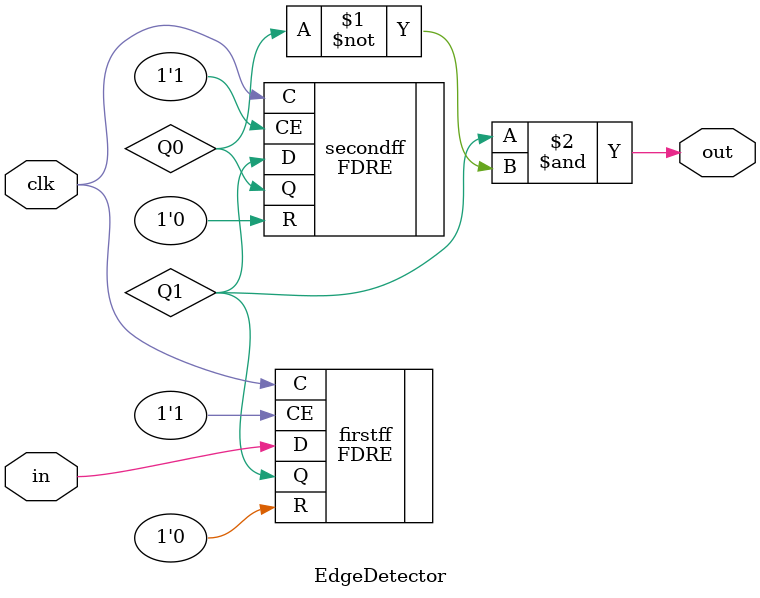
<source format=v>
`timescale 1ns / 1ps


module EdgeDetector(
    input in,
    input clk,
    output out
    );
    
    wire Q1, Q0;
    
FDRE #(.INIT(1'b0) ) firstff (.C(clk), .R(1'b0), .CE(1'b1), .D(in), .Q(Q1));
FDRE #(.INIT(1'b0) ) secondff (.C(clk), .R(1'b0), .CE(1'b1), .D(Q1), .Q(Q0));

assign out = Q1&~Q0;
    
endmodule

</source>
